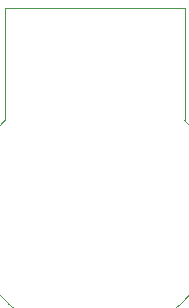
<source format=gbr>
%TF.GenerationSoftware,KiCad,Pcbnew,(5.1.10)-1*%
%TF.CreationDate,2022-03-13T21:43:14-05:00*%
%TF.ProjectId,ArmMotorPCB,41726d4d-6f74-46f7-9250-43422e6b6963,rev?*%
%TF.SameCoordinates,Original*%
%TF.FileFunction,Profile,NP*%
%FSLAX46Y46*%
G04 Gerber Fmt 4.6, Leading zero omitted, Abs format (unit mm)*
G04 Created by KiCad (PCBNEW (5.1.10)-1) date 2022-03-13 21:43:14*
%MOMM*%
%LPD*%
G01*
G04 APERTURE LIST*
%TA.AperFunction,Profile*%
%ADD10C,0.050000*%
%TD*%
G04 APERTURE END LIST*
D10*
X145414999Y-55880001D02*
G75*
G02*
X130175001Y-55880001I-7619999J-7619999D01*
G01*
X145415000Y-46355000D02*
X145414999Y-55880001D01*
X130175000Y-46355000D02*
X130175001Y-55880001D01*
X137795000Y-46355000D02*
X130175000Y-46355000D01*
X137795000Y-46355000D02*
X145415000Y-46355000D01*
M02*

</source>
